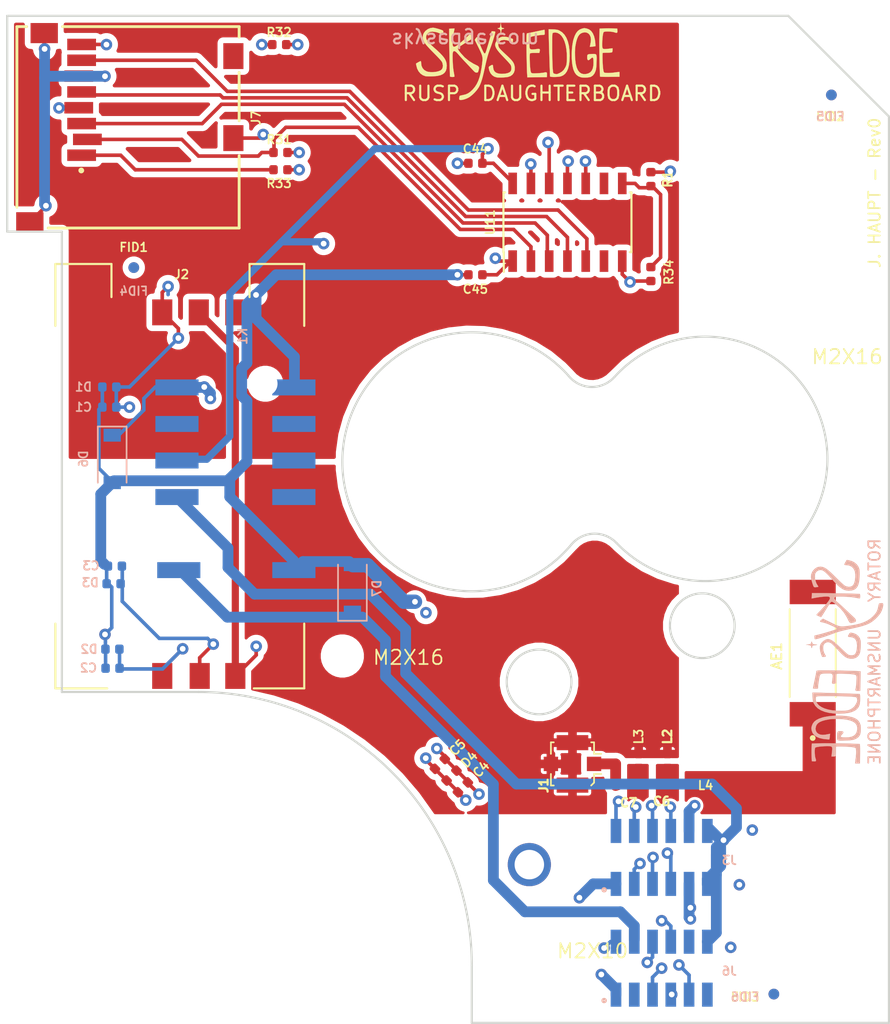
<source format=kicad_pcb>
(kicad_pcb (version 20171130) (host pcbnew 5.1.6+dfsg1-1~bpo10+1)
  (layers (0 1_GNDA.Cu signal) (1 2_3v3.Cu signal) (2 3_3V8.Cu signal) (31 4_GND.Cu signal) (34 B.Paste user) (35 F.Paste user) (36 B.SilkS user) (37 F.SilkS user) (38 B.Mask user) (39 F.Mask user) (44 Edge.Cuts user))
  (net 0 "")
  (net 1 GND)
  (net 2 /MISO)
  (net 3 /MOSI)
  (net 4 +3V8)
  (net 5 +3V3)
  (net 6 "/SD CARD/SCK_3V3")
  (net 7 "/SD CARD/DO_3V3")
  (net 8 /SD_CD)
  (net 9 "/SD CARD/DI_3V3")
  (net 10 "/SD CARD/CS_3V3")
  (net 11 /SD_CS)
  (net 12 /SIM_IO)
  (net 13 /SIM_CLK)
  (net 14 /SIM_RST)
  (net 15 /VSIM)
  (net 16 /LL_OE)
  (net 17 "Net-(J7-Pad1)")
  (net 18 "Net-(J7-Pad8)")
  (net 19 /POWSW4)
  (net 20 /RELAYOFF)
  (net 21 +BATT)
  (net 22 "Net-(AE1-Pad1)")
  (net 23 GNDA)
  (net 24 "Net-(C6-Pad2)")
  (net 25 /SCK)
  (net 26 "Net-(R1-Pad2)")
  (net 27 "Net-(C6-Pad1)")
  (net 28 "Net-(C7-Pad2)")
  (module MyFootprints:MountingHole_2mm (layer 1_GNDA.Cu) (at 154 128)
    (fp_text reference MH3 hide)
    (fp_text value MountingHole)
    (pad 1 thru_hole circle (at 0 0) (size 3 3) (drill 2.05) (layers *.Cu *.Mask))
  )
  (module MyFootprints:XCVR_NN02-232 (layer 1_GNDA.Cu) (at 173.7 113.3 90)
    (fp_text reference AE1 (at -0.2 -2.5 90) (layer F.SilkS) (effects (font (size 0.7 0.7) (thickness 0.13))))
    (fp_text value Antenna_Chip)
    (pad 2 smd rect (at 4.25 0 90) (size 1.7 3.2) (layers 1_GNDA.Cu F.Paste F.Mask))
    (pad 1 smd rect (at -4.25 0 90) (size 1.7 3.2) (layers 1_GNDA.Cu F.Paste F.Mask) (net 22 "Net-(AE1-Pad1)"))
  )
  (module MountingHole:MountingHole_2.2mm_M2 (layer 1_GNDA.Cu) (at 154 134)
    (fp_text reference MH2 hide)
    (fp_text value MountingHole)
    (pad 1 np_thru_hole circle (at 0 0) (size 2.2 2.2) (drill 2.2) (layers *.Cu *.Mask))
  )
  (module Resistor_SMD:R_0402_1005Metric (layer 1_GNDA.Cu) (at 162.45 86.95 270)
    (fp_text reference R34 (at -0.125 -1.25 90) (layer F.SilkS) (effects (font (size 0.6 0.6) (thickness 0.12))))
    (fp_text value 10k)
    (pad 1 smd roundrect (at -0.485 0 270) (size 0.59 0.64) (layers 1_GNDA.Cu F.Paste F.Mask) (net 26 "Net-(R1-Pad2)"))
    (pad 2 smd roundrect (at 0.485 0 270) (size 0.59 0.64) (layers 1_GNDA.Cu F.Paste F.Mask) (net 1 GND))
  )
  (module Resistor_SMD:R_0402_1005Metric (layer 1_GNDA.Cu) (at 162.45 80.35 270)
    (fp_text reference R1 (at 0 -1.17 90) (layer F.SilkS) (effects (font (size 0.6 0.6))))
    (fp_text value 2k)
    (pad 2 smd roundrect (at 0.485 0 270) (size 0.59 0.64) (layers 1_GNDA.Cu F.Paste F.Mask) (net 26 "Net-(R1-Pad2)"))
    (pad 1 smd roundrect (at -0.485 0 270) (size 0.59 0.64) (layers 1_GNDA.Cu F.Paste F.Mask) (net 16 /LL_OE))
  )
  (module Inductor_SMD:L_0402_1005Metric (layer 1_GNDA.Cu) (at 163.6 120.8 90)
    (fp_text reference L2 (at 1.7 0 90) (layer F.SilkS) (effects (font (size 0.6 0.6))))
    (fp_text value 7.5nH)
    (pad 1 smd roundrect (at -0.485 0 90) (size 0.59 0.64) (layers 1_GNDA.Cu F.Paste F.Mask) (net 27 "Net-(C6-Pad1)"))
    (pad 2 smd roundrect (at 0.485 0 90) (size 0.59 0.64) (layers 1_GNDA.Cu F.Paste F.Mask) (net 23 GNDA))
  )
  (module Connector_Coaxial:U.FL_Molex_MCRF_73412-0110_Vertical (layer 1_GNDA.Cu) (at 157 121 90)
    (fp_text reference J1 (at -1.5 -2 90) (layer F.SilkS) (effects (font (size 0.6 0.6))))
    (fp_text value Conn_Coaxial)
    (pad 2 smd rect (at -1.475 0 90) (size 1.05 2.2) (layers 1_GNDA.Cu F.Paste F.Mask) (net 23 GNDA))
    (pad 2 smd rect (at 1.475 0 90) (size 1.05 2.2) (layers 1_GNDA.Cu F.Paste F.Mask) (net 23 GNDA))
    (pad 2 smd rect (at 0 -1.5 90) (size 1 1) (layers 1_GNDA.Cu F.Paste F.Mask) (net 23 GNDA))
    (pad 1 smd rect (at 0 1.5 90) (size 1 1) (layers 1_GNDA.Cu F.Paste F.Mask) (net 28 "Net-(C7-Pad2)"))
  )
  (module Capacitor_SMD:C_0402_1005Metric (layer 1_GNDA.Cu) (at 160.55 122.5 180)
    (fp_text reference C7 (at -0.35 -1.2) (layer F.SilkS) (effects (font (size 0.6 0.6))))
    (fp_text value .5pF)
    (pad 1 smd roundrect (at -0.485 0 180) (size 0.59 0.64) (layers 1_GNDA.Cu F.Paste F.Mask) (net 24 "Net-(C6-Pad2)"))
    (pad 2 smd roundrect (at 0.485 0 180) (size 0.59 0.64) (layers 1_GNDA.Cu F.Paste F.Mask) (net 28 "Net-(C7-Pad2)"))
  )
  (module Capacitor_SMD:C_0402_1005Metric (layer 1_GNDA.Cu) (at 162.55 122.5 180)
    (fp_text reference C6 (at -0.65 -1.1) (layer F.SilkS) (effects (font (size 0.6 0.6))))
    (fp_text value 2.7pF)
    (pad 1 smd roundrect (at -0.485 0 180) (size 0.59 0.64) (layers 1_GNDA.Cu F.Paste F.Mask) (net 27 "Net-(C6-Pad1)"))
    (pad 2 smd roundrect (at 0.485 0 180) (size 0.59 0.64) (layers 1_GNDA.Cu F.Paste F.Mask) (net 24 "Net-(C6-Pad2)"))
  )
  (module Resistor_SMD:R_0402_1005Metric (layer 4_GND.Cu) (at 124.8 96.2 180)
    (fp_text reference C1 (at 1.8 0) (layer B.SilkS) (effects (font (size 0.6 0.6) (thickness 0.12)) (justify mirror)))
    (fp_text value 47pF/50V)
    (pad 2 smd roundrect (at 0.485 0 180) (size 0.59 0.64) (layers 4_GND.Cu B.Paste B.Mask) (net 1 GND))
    (pad 1 smd roundrect (at -0.485 0 180) (size 0.59 0.64) (layers 4_GND.Cu B.Paste B.Mask) (net 12 /SIM_IO))
  )
  (module Resistor_SMD:R_0402_1005Metric (layer 4_GND.Cu) (at 125.025 114.35 180)
    (fp_text reference C2 (at 1.675 0.025) (layer B.SilkS) (effects (font (size 0.6 0.6) (thickness 0.12)) (justify mirror)))
    (fp_text value 47pF/50V)
    (pad 2 smd roundrect (at 0.485 0 180) (size 0.59 0.64) (layers 4_GND.Cu B.Paste B.Mask) (net 1 GND))
    (pad 1 smd roundrect (at -0.485 0 180) (size 0.59 0.64) (layers 4_GND.Cu B.Paste B.Mask) (net 13 /SIM_CLK))
  )
  (module Resistor_SMD:R_0402_1005Metric (layer 4_GND.Cu) (at 125.19 107.25 180)
    (fp_text reference C3 (at 1.665 0.025) (layer B.SilkS) (effects (font (size 0.6 0.6) (thickness 0.12)) (justify mirror)))
    (fp_text value 47pF/50V)
    (pad 1 smd roundrect (at -0.485 0 180) (size 0.59 0.64) (layers 4_GND.Cu B.Paste B.Mask) (net 14 /SIM_RST))
    (pad 2 smd roundrect (at 0.485 0 180) (size 0.59 0.64) (layers 4_GND.Cu B.Paste B.Mask) (net 1 GND))
  )
  (module Resistor_SMD:R_0402_1005Metric (layer 1_GNDA.Cu) (at 149.38 122.63 225)
    (fp_text reference C4 (at -1.781909 -0.014142 45) (layer F.SilkS) (effects (font (size 0.6 0.6) (thickness 0.12))))
    (fp_text value 47pF/50V)
    (pad 2 smd roundrect (at 0.485 0 225) (size 0.59 0.64) (layers 1_GNDA.Cu F.Paste F.Mask) (net 1 GND))
    (pad 1 smd roundrect (at -0.485 0 225) (size 0.59 0.64) (layers 1_GNDA.Cu F.Paste F.Mask) (net 15 /VSIM))
  )
  (module Resistor_SMD:R_0402_1005Metric (layer 1_GNDA.Cu) (at 147.78 121 225)
    (fp_text reference C5 (at -1.668772 -0.070711 45) (layer F.SilkS) (effects (font (size 0.6 0.6) (thickness 0.12))))
    (fp_text value 100nF/16V)
    (pad 1 smd roundrect (at -0.485 0 225) (size 0.59 0.64) (layers 1_GNDA.Cu F.Paste F.Mask) (net 15 /VSIM))
    (pad 2 smd roundrect (at 0.485 0 225) (size 0.59 0.64) (layers 1_GNDA.Cu F.Paste F.Mask) (net 1 GND))
  )
  (module Capacitor_SMD:C_0402_1005Metric (layer 1_GNDA.Cu) (at 150.25 79.25 180)
    (fp_text reference C44 (at 0 1) (layer F.SilkS) (effects (font (size 0.6 0.6) (thickness 0.12))))
    (fp_text value .1uF)
    (pad 2 smd roundrect (at 0.485 0 180) (size 0.59 0.64) (layers 1_GNDA.Cu F.Paste F.Mask) (net 1 GND))
    (pad 1 smd roundrect (at -0.485 0 180) (size 0.59 0.64) (layers 1_GNDA.Cu F.Paste F.Mask) (net 4 +3V8))
  )
  (module Capacitor_SMD:C_0402_1005Metric (layer 1_GNDA.Cu) (at 150.25 87 180)
    (fp_text reference C45 (at 0 -1) (layer F.SilkS) (effects (font (size 0.6 0.6) (thickness 0.12))))
    (fp_text value .1uF)
    (pad 1 smd roundrect (at -0.485 0 180) (size 0.59 0.64) (layers 1_GNDA.Cu F.Paste F.Mask) (net 5 +3V3))
    (pad 2 smd roundrect (at 0.485 0 180) (size 0.59 0.64) (layers 1_GNDA.Cu F.Paste F.Mask) (net 1 GND))
  )
  (module Resistor_SMD:R_0402_1005Metric (layer 4_GND.Cu) (at 124.8 94.8 180)
    (fp_text reference D1 (at 1.8 0) (layer B.SilkS) (effects (font (size 0.6 0.6) (thickness 0.12)) (justify mirror)))
    (fp_text value D_TVS)
    (pad 2 smd roundrect (at 0.485 0 180) (size 0.59 0.64) (layers 4_GND.Cu B.Paste B.Mask) (net 1 GND))
    (pad 1 smd roundrect (at -0.485 0 180) (size 0.59 0.64) (layers 4_GND.Cu B.Paste B.Mask) (net 12 /SIM_IO))
  )
  (module Resistor_SMD:R_0402_1005Metric (layer 4_GND.Cu) (at 125.015 113.025 180)
    (fp_text reference D2 (at 1.625 0) (layer B.SilkS) (effects (font (size 0.6 0.6) (thickness 0.12)) (justify mirror)))
    (fp_text value D_TVS)
    (pad 1 smd roundrect (at -0.485 0 180) (size 0.59 0.64) (layers 4_GND.Cu B.Paste B.Mask) (net 13 /SIM_CLK))
    (pad 2 smd roundrect (at 0.485 0 180) (size 0.59 0.64) (layers 4_GND.Cu B.Paste B.Mask) (net 1 GND))
  )
  (module Resistor_SMD:R_0402_1005Metric (layer 4_GND.Cu) (at 125.1 108.475 180)
    (fp_text reference D3 (at 1.625 0.075) (layer B.SilkS) (effects (font (size 0.6 0.6) (thickness 0.12)) (justify mirror)))
    (fp_text value D_TVS)
    (pad 2 smd roundrect (at 0.485 0 180) (size 0.59 0.64) (layers 4_GND.Cu B.Paste B.Mask) (net 1 GND))
    (pad 1 smd roundrect (at -0.485 0 180) (size 0.59 0.64) (layers 4_GND.Cu B.Paste B.Mask) (net 14 /SIM_RST))
  )
  (module Resistor_SMD:R_0402_1005Metric (layer 1_GNDA.Cu) (at 148.59 121.81 225)
    (fp_text reference D4 (at -1.668772 -0.084853 45) (layer F.SilkS) (effects (font (size 0.6 0.6) (thickness 0.12))))
    (fp_text value D_TVS)
    (pad 1 smd roundrect (at -0.485 0 225) (size 0.59 0.64) (layers 1_GNDA.Cu F.Paste F.Mask) (net 15 /VSIM))
    (pad 2 smd roundrect (at 0.485 0 225) (size 0.59 0.64) (layers 1_GNDA.Cu F.Paste F.Mask) (net 1 GND))
  )
  (module Fiducial:Fiducial_0.75mm_Dia_1.5mm_Outer (layer 1_GNDA.Cu) (at 126.5 86.5)
    (fp_text reference FID1 (at -0.008 -1.41) (layer F.SilkS) (effects (font (size 0.6 0.6) (thickness 0.12))))
    (fp_text value Fiducial)
    (pad "" smd circle (at 0 0) (size 0.75 0.75) (layers 1_GNDA.Cu F.Mask) (clearance 0.375))
  )
  (module Fiducial:Fiducial_0.75mm_Dia_1.5mm_Outer (layer 1_GNDA.Cu) (at 175 74.5)
    (fp_text reference FID2 (at -0.074 1.5) (layer F.SilkS) (effects (font (size 0.6 0.6) (thickness 0.12))))
    (fp_text value Fiducial)
    (pad "" smd circle (at 0 0) (size 0.75 0.75) (layers 1_GNDA.Cu F.Mask) (clearance 0.375))
  )
  (module Fiducial:Fiducial_0.75mm_Dia_1.5mm_Outer (layer 1_GNDA.Cu) (at 171 137)
    (fp_text reference FID3 (at -2 0.2) (layer F.SilkS) (effects (font (size 0.6 0.6) (thickness 0.12))))
    (fp_text value Fiducial)
    (pad "" smd circle (at 0 0) (size 0.75 0.75) (layers 1_GNDA.Cu F.Mask) (clearance 0.375))
  )
  (module Fiducial:Fiducial_0.75mm_Dia_1.5mm_Outer (layer 4_GND.Cu) (at 126.5 86.5)
    (fp_text reference FID4 (at 0 1.638) (layer B.SilkS) (effects (font (size 0.6 0.6) (thickness 0.12)) (justify mirror)))
    (fp_text value Fiducial)
    (pad "" smd circle (at 0 0) (size 0.75 0.75) (layers 4_GND.Cu B.Mask) (clearance 0.375))
  )
  (module Fiducial:Fiducial_0.75mm_Dia_1.5mm_Outer (layer 4_GND.Cu) (at 175 74.5)
    (fp_text reference FID5 (at -0.074 1.5) (layer B.SilkS) (effects (font (size 0.6 0.6) (thickness 0.12)) (justify mirror)))
    (fp_text value Fiducial)
    (pad "" smd circle (at 0 0) (size 0.75 0.75) (layers 4_GND.Cu B.Mask) (clearance 0.375))
  )
  (module Fiducial:Fiducial_0.75mm_Dia_1.5mm_Outer (layer 4_GND.Cu) (at 171 137)
    (fp_text reference FID6 (at -2 0.2) (layer B.SilkS) (effects (font (size 0.6 0.6) (thickness 0.12)) (justify mirror)))
    (fp_text value Fiducial)
    (pad "" smd circle (at 0 0) (size 0.75 0.75) (layers 4_GND.Cu B.Mask) (clearance 0.375))
  )
  (module MyFootprints:SIMHolder_Amph7111S2015X02LF (layer 1_GNDA.Cu) (at 129.75 102.25 180)
    (fp_text reference J2 (at -0.075 15.275) (layer F.SilkS) (effects (font (size 0.6 0.6) (thickness 0.12))))
    (fp_text value SIM hide)
    (pad 1 smd rect (at -3.81 -12.6365 180) (size 1.4 1.8) (layers 1_GNDA.Cu F.Paste F.Mask) (net 15 /VSIM))
    (pad 2 smd rect (at -1.3335 -12.6365 180) (size 1.4 1.8) (layers 1_GNDA.Cu F.Paste F.Mask) (net 14 /SIM_RST))
    (pad 3 smd rect (at 1.27 -12.6365 180) (size 1.4 1.8) (layers 1_GNDA.Cu F.Paste F.Mask) (net 13 /SIM_CLK))
    (pad 5 smd rect (at -3.81 12.6365 180) (size 1.4 1.8) (layers 1_GNDA.Cu F.Paste F.Mask) (net 1 GND))
    (pad 6 smd rect (at -1.27 12.6365 180) (size 1.4 1.8) (layers 1_GNDA.Cu F.Paste F.Mask) (net 15 /VSIM))
    (pad 7 smd rect (at 1.27 12.6365 180) (size 1.4 1.8) (layers 1_GNDA.Cu F.Paste F.Mask) (net 12 /SIM_IO))
    (pad "" np_thru_hole circle (at -5.895 7.675 180) (size 1.7 1.7) (drill 1.7) (layers *.Cu *.Mask))
    (pad "" np_thru_hole circle (at 6.08 -8.13 180) (size 1.2 1.2) (drill 1.2) (layers *.Cu *.Mask))
  )
  (module MyFootprints:Samtec_2x6HeaderSocket_FLE-106-01-G-DV (layer 4_GND.Cu) (at 163.2 127.5)
    (fp_text reference J3 (at 4.7 0.2) (layer B.SilkS) (effects (font (size 0.6 0.6) (thickness 0.12)) (justify mirror)))
    (fp_text value Conn_01x12 hide)
    (pad 12 smd rect (at 3.175 -1.84) (size 0.74 1.675) (layers 4_GND.Cu B.Paste B.Mask) (net 21 +BATT))
    (pad 11 smd rect (at 3.175 1.84) (size 0.74 1.675) (layers 4_GND.Cu B.Paste B.Mask) (net 21 +BATT))
    (pad 10 smd rect (at 1.905 -1.84) (size 0.74 1.675) (layers 4_GND.Cu B.Paste B.Mask) (net 1 GND))
    (pad 9 smd rect (at 1.905 1.84) (size 0.74 1.675) (layers 4_GND.Cu B.Paste B.Mask) (net 19 /POWSW4))
    (pad 8 smd rect (at 0.635 -1.84) (size 0.74 1.675) (layers 4_GND.Cu B.Paste B.Mask) (net 11 /SD_CS))
    (pad 7 smd rect (at 0.635 1.84) (size 0.74 1.675) (layers 4_GND.Cu B.Paste B.Mask) (net 8 /SD_CD))
    (pad 6 smd rect (at -0.635 -1.84) (size 0.74 1.675) (layers 4_GND.Cu B.Paste B.Mask) (net 25 /SCK))
    (pad 5 smd rect (at -0.635 1.84) (size 0.74 1.675) (layers 4_GND.Cu B.Paste B.Mask) (net 2 /MISO))
    (pad 4 smd rect (at -1.905 -1.84) (size 0.74 1.675) (layers 4_GND.Cu B.Paste B.Mask) (net 3 /MOSI))
    (pad 3 smd rect (at -1.905 1.84) (size 0.74 1.675) (layers 4_GND.Cu B.Paste B.Mask) (net 4 +3V8))
    (pad "" np_thru_hole circle (at -2.54 0) (size 0.76 0.76) (drill 0.76) (layers *.Cu *.Mask))
    (pad "" np_thru_hole circle (at 2.54 0) (size 0.76 0.76) (drill 0.76) (layers *.Cu *.Mask))
    (pad 1 smd rect (at -3.175 1.84) (size 0.74 1.675) (layers 4_GND.Cu B.Paste B.Mask) (net 1 GND))
    (pad 2 smd rect (at -3.175 -1.84) (size 0.74 1.675) (layers 4_GND.Cu B.Paste B.Mask) (net 4 +3V8))
  )
  (module MyFootprints:Samtec_2x6HeaderSocket_FLE-106-01-G-DV (layer 4_GND.Cu) (at 163.2 135.2)
    (fp_text reference J6 (at 4.7 0.2) (layer B.SilkS) (effects (font (size 0.6 0.6) (thickness 0.12)) (justify mirror)))
    (fp_text value Conn_01x12 hide)
    (pad 2 smd rect (at -3.175 -1.84) (size 0.74 1.675) (layers 4_GND.Cu B.Paste B.Mask) (net 5 +3V3))
    (pad 1 smd rect (at -3.175 1.84) (size 0.74 1.675) (layers 4_GND.Cu B.Paste B.Mask) (net 1 GND))
    (pad "" np_thru_hole circle (at 2.54 0) (size 0.76 0.76) (drill 0.76) (layers *.Cu *.Mask))
    (pad "" np_thru_hole circle (at -2.54 0) (size 0.76 0.76) (drill 0.76) (layers *.Cu *.Mask))
    (pad 3 smd rect (at -1.905 1.84) (size 0.74 1.675) (layers 4_GND.Cu B.Paste B.Mask))
    (pad 4 smd rect (at -1.905 -1.84) (size 0.74 1.675) (layers 4_GND.Cu B.Paste B.Mask) (net 20 /RELAYOFF))
    (pad 5 smd rect (at -0.635 1.84) (size 0.74 1.675) (layers 4_GND.Cu B.Paste B.Mask) (net 16 /LL_OE))
    (pad 6 smd rect (at -0.635 -1.84) (size 0.74 1.675) (layers 4_GND.Cu B.Paste B.Mask) (net 15 /VSIM))
    (pad 7 smd rect (at 0.635 1.84) (size 0.74 1.675) (layers 4_GND.Cu B.Paste B.Mask) (net 14 /SIM_RST))
    (pad 8 smd rect (at 0.635 -1.84) (size 0.74 1.675) (layers 4_GND.Cu B.Paste B.Mask) (net 13 /SIM_CLK))
    (pad 9 smd rect (at 1.905 1.84) (size 0.74 1.675) (layers 4_GND.Cu B.Paste B.Mask) (net 12 /SIM_IO))
    (pad 10 smd rect (at 1.905 -1.84) (size 0.74 1.675) (layers 4_GND.Cu B.Paste B.Mask))
    (pad 11 smd rect (at 3.175 1.84) (size 0.74 1.675) (layers 4_GND.Cu B.Paste B.Mask))
    (pad 12 smd rect (at 3.175 -1.84) (size 0.74 1.675) (layers 4_GND.Cu B.Paste B.Mask) (net 21 +BATT))
  )
  (module digikey-footprints:MicroSDSocket_GCT_MEM2061-01-188-00-A (layer 1_GNDA.Cu) (at 126.1 76.75 270)
    (fp_text reference J7 (at -0.65 -8.9 90) (layer F.SilkS) (effects (font (size 0.6 0.6) (thickness 0.12))))
    (fp_text value Micro_SD_Card_Det)
    (pad 1 smd rect (at 1.94 3.225 270) (size 0.8 2) (layers 1_GNDA.Cu F.Paste F.Mask) (net 17 "Net-(J7-Pad1)"))
    (pad 2 smd rect (at 0.84 2.825 270) (size 0.8 2) (layers 1_GNDA.Cu F.Paste F.Mask) (net 10 "/SD CARD/CS_3V3"))
    (pad 3 smd rect (at -0.26 3.225 270) (size 0.8 2) (layers 1_GNDA.Cu F.Paste F.Mask) (net 9 "/SD CARD/DI_3V3"))
    (pad 4 smd rect (at -1.36 3.425 270) (size 0.8 2) (layers 1_GNDA.Cu F.Paste F.Mask) (net 5 +3V3))
    (pad 5 smd rect (at -2.46 3.225 270) (size 0.8 2) (layers 1_GNDA.Cu F.Paste F.Mask) (net 6 "/SD CARD/SCK_3V3"))
    (pad 6 smd rect (at -3.56 3.425 270) (size 0.8 2) (layers 1_GNDA.Cu F.Paste F.Mask) (net 1 GND))
    (pad 7 smd rect (at -4.66 3.225 270) (size 0.8 2) (layers 1_GNDA.Cu F.Paste F.Mask) (net 7 "/SD CARD/DO_3V3"))
    (pad 8 smd rect (at -5.76 3.225 270) (size 0.8 2) (layers 1_GNDA.Cu F.Paste F.Mask) (net 18 "Net-(J7-Pad8)"))
    (pad 9 smd rect (at -4.95 -7.325 270) (size 1.8 1.4) (layers 1_GNDA.Cu F.Paste F.Mask))
    (pad 10 smd rect (at 0.75 -7.325 270) (size 1.8 1.4) (layers 1_GNDA.Cu F.Paste F.Mask) (net 8 /SD_CD))
    (pad 11 smd rect (at -6.55 5.825 270) (size 1.4 1.9) (layers 1_GNDA.Cu F.Paste F.Mask) (net 1 GND))
    (pad 11 smd rect (at 6.6 6.825 270) (size 1.4 1.9) (layers 1_GNDA.Cu F.Paste F.Mask) (net 1 GND))
  )
  (module MountingHole:MountingHole_2.2mm_M2 (layer 1_GNDA.Cu) (at 141 113.5)
    (fp_text reference MH1 hide)
    (fp_text value MountingHole)
    (pad 1 np_thru_hole circle (at 0 0) (size 2.2 2.2) (drill 2.2) (layers *.Cu *.Mask))
  )
  (module MountingHole:MountingHole_2.2mm_M2 (layer 1_GNDA.Cu) (at 176.5 95.5)
    (fp_text reference MH4 hide)
    (fp_text value MountingHole)
    (pad 1 np_thru_hole circle (at 0 0) (size 2.2 2.2) (drill 2.2) (layers *.Cu *.Mask))
  )
  (module Resistor_SMD:R_0402_1005Metric (layer 1_GNDA.Cu) (at 136.7 78.5 180)
    (fp_text reference R31 (at 0.1 0.9) (layer F.SilkS) (effects (font (size 0.6 0.6) (thickness 0.12))))
    (fp_text value 100k)
    (pad 1 smd roundrect (at -0.485 0 180) (size 0.59 0.64) (layers 1_GNDA.Cu F.Paste F.Mask) (net 5 +3V3))
    (pad 2 smd roundrect (at 0.485 0 180) (size 0.59 0.64) (layers 1_GNDA.Cu F.Paste F.Mask) (net 10 "/SD CARD/CS_3V3"))
  )
  (module Resistor_SMD:R_0402_1005Metric (layer 1_GNDA.Cu) (at 136.615 71 180)
    (fp_text reference R32 (at 0.015 0.85) (layer F.SilkS) (effects (font (size 0.6 0.6) (thickness 0.12))))
    (fp_text value 100k)
    (pad 2 smd roundrect (at 0.485 0 180) (size 0.59 0.64) (layers 1_GNDA.Cu F.Paste F.Mask) (net 18 "Net-(J7-Pad8)"))
    (pad 1 smd roundrect (at -0.485 0 180) (size 0.59 0.64) (layers 1_GNDA.Cu F.Paste F.Mask) (net 5 +3V3))
  )
  (module Resistor_SMD:R_0402_1005Metric (layer 1_GNDA.Cu) (at 136.7 79.7 180)
    (fp_text reference R33 (at 0.1 -0.95) (layer F.SilkS) (effects (font (size 0.6 0.6) (thickness 0.12))))
    (fp_text value 100k)
    (pad 1 smd roundrect (at -0.485 0 180) (size 0.59 0.64) (layers 1_GNDA.Cu F.Paste F.Mask) (net 5 +3V3))
    (pad 2 smd roundrect (at 0.485 0 180) (size 0.59 0.64) (layers 1_GNDA.Cu F.Paste F.Mask) (net 17 "Net-(J7-Pad1)"))
  )
  (module Package_SO:SOIC-14_3.9x8.7mm_P1.27mm (layer 1_GNDA.Cu) (at 156.65 83.35 90)
    (fp_text reference U11 (at 0 -5.375 270) (layer F.SilkS) (effects (font (size 0.6 0.6) (thickness 0.12))))
    (fp_text value TXB0104D)
    (pad 1 smd rect (at -2.7 -3.81 90) (size 1.5 0.6) (layers 1_GNDA.Cu F.Paste F.Mask) (net 5 +3V3))
    (pad 2 smd rect (at -2.7 -2.54 90) (size 1.5 0.6) (layers 1_GNDA.Cu F.Paste F.Mask) (net 10 "/SD CARD/CS_3V3"))
    (pad 3 smd rect (at -2.7 -1.27 90) (size 1.5 0.6) (layers 1_GNDA.Cu F.Paste F.Mask) (net 9 "/SD CARD/DI_3V3"))
    (pad 4 smd rect (at -2.7 0 90) (size 1.5 0.6) (layers 1_GNDA.Cu F.Paste F.Mask) (net 6 "/SD CARD/SCK_3V3"))
    (pad 5 smd rect (at -2.7 1.27 90) (size 1.5 0.6) (layers 1_GNDA.Cu F.Paste F.Mask) (net 7 "/SD CARD/DO_3V3"))
    (pad 6 smd rect (at -2.7 2.54 90) (size 1.5 0.6) (layers 1_GNDA.Cu F.Paste F.Mask))
    (pad 7 smd rect (at -2.7 3.81 90) (size 1.5 0.6) (layers 1_GNDA.Cu F.Paste F.Mask) (net 1 GND))
    (pad 8 smd rect (at 2.7 3.81 90) (size 1.5 0.6) (layers 1_GNDA.Cu F.Paste F.Mask) (net 26 "Net-(R1-Pad2)"))
    (pad 9 smd rect (at 2.7 2.54 90) (size 1.5 0.6) (layers 1_GNDA.Cu F.Paste F.Mask))
    (pad 10 smd rect (at 2.7 1.27 90) (size 1.5 0.6) (layers 1_GNDA.Cu F.Paste F.Mask) (net 2 /MISO))
    (pad 11 smd rect (at 2.7 0 90) (size 1.5 0.6) (layers 1_GNDA.Cu F.Paste F.Mask) (net 25 /SCK))
    (pad 12 smd rect (at 2.7 -1.27 90) (size 1.5 0.6) (layers 1_GNDA.Cu F.Paste F.Mask) (net 3 /MOSI))
    (pad 13 smd rect (at 2.7 -2.54 90) (size 1.5 0.6) (layers 1_GNDA.Cu F.Paste F.Mask) (net 11 /SD_CS))
    (pad 14 smd rect (at 2.7 -3.81 90) (size 1.5 0.6) (layers 1_GNDA.Cu F.Paste F.Mask) (net 4 +3V8))
  )
  (module Diode_SMD:D_SOD-123 (layer 4_GND.Cu) (at 125 99.8 270)
    (fp_text reference D6 (at 0 2 90) (layer B.SilkS) (effects (font (size 0.6 0.6) (thickness 0.12)) (justify mirror)))
    (fp_text value 1N4148)
    (pad 2 smd rect (at 1.65 0 270) (size 0.9 1.2) (layers 4_GND.Cu B.Paste B.Mask) (net 1 GND))
    (pad 1 smd rect (at -1.65 0 270) (size 0.9 1.2) (layers 4_GND.Cu B.Paste B.Mask) (net 19 /POWSW4))
  )
  (module Diode_SMD:D_SOD-123 (layer 4_GND.Cu) (at 141.7 108.8 90)
    (fp_text reference D7 (at 0 1.698 90) (layer B.SilkS) (effects (font (size 0.6 0.6) (thickness 0.12)) (justify mirror)))
    (fp_text value 1N4148)
    (pad 1 smd rect (at -1.65 0 90) (size 0.9 1.2) (layers 4_GND.Cu B.Paste B.Mask) (net 20 /RELAYOFF))
    (pad 2 smd rect (at 1.65 0 90) (size 0.9 1.2) (layers 4_GND.Cu B.Paste B.Mask) (net 1 GND))
  )
  (module MyFootprints:Relay_Kemet_EE2-3TNU (layer 4_GND.Cu) (at 130.13 107.53 90)
    (fp_text reference K1 (at 16.256 3.944 270) (layer B.SilkS) (effects (font (size 0.6 0.6) (thickness 0.12)) (justify mirror)))
    (fp_text value "EE2-3TNU " hide)
    (pad 1 smd rect (at 0 -0.5 90) (size 1.11 3) (layers 4_GND.Cu B.Paste B.Mask) (net 20 /RELAYOFF))
    (pad 3 smd rect (at 5.08 -0.628 90) (size 1.11 3) (layers 4_GND.Cu B.Paste B.Mask) (net 21 +BATT))
    (pad 4 smd rect (at 7.62 -0.628 90) (size 1.11 3) (layers 4_GND.Cu B.Paste B.Mask) (net 4 +3V8))
    (pad 5 smd rect (at 10.16 -0.628 90) (size 1.11 3) (layers 4_GND.Cu B.Paste B.Mask))
    (pad 6 smd rect (at 12.7 -0.628 90) (size 1.11 3) (layers 4_GND.Cu B.Paste B.Mask) (net 19 /POWSW4))
    (pad 7 smd rect (at 12.7 7.5 90) (size 1.11 3) (layers 4_GND.Cu B.Paste B.Mask) (net 1 GND))
    (pad 8 smd rect (at 10.16 7.5 90) (size 1.11 3) (layers 4_GND.Cu B.Paste B.Mask))
    (pad 9 smd rect (at 7.62 7.5 90) (size 1.11 3) (layers 4_GND.Cu B.Paste B.Mask))
    (pad 10 smd rect (at 5.08 7.5 90) (size 1.11 3) (layers 4_GND.Cu B.Paste B.Mask))
    (pad 12 smd rect (at 0 7.5 90) (size 1.11 3) (layers 4_GND.Cu B.Paste B.Mask) (net 1 GND))
  )
  (module MyFootprints:SkysEdge_18mm (layer 4_GND.Cu) (at 175.15 114 270)
    (fp_text reference LOGO1 hide)
    (fp_text value Logo1 hide)
  )
  (module MyFootprints:SkysEdge_18mm (layer 1_GNDA.Cu) (at 153.3 71.4)
    (fp_text reference LOGO2 hide)
    (fp_text value Logo2 hide)
  )
  (module Inductor_SMD:L_0402_1005Metric (layer 1_GNDA.Cu) (at 161.6 120.8 90)
    (fp_text reference L3 (at 1.7 0 90) (layer F.SilkS) (effects (font (size 0.6 0.6) (thickness 0.12))))
    (fp_text value 7.5nH)
    (pad 1 smd roundrect (at -0.485 0 90) (size 0.59 0.64) (layers 1_GNDA.Cu F.Paste F.Mask) (net 24 "Net-(C6-Pad2)"))
    (pad 2 smd roundrect (at 0.485 0 90) (size 0.59 0.64) (layers 1_GNDA.Cu F.Paste F.Mask) (net 23 GNDA))
  )
  (module Inductor_SMD:L_0402_1005Metric (layer 1_GNDA.Cu) (at 164.65 122.5 180)
    (fp_text reference L4 (at -1.6 0) (layer F.SilkS) (effects (font (size 0.6 0.6) (thickness 0.12))))
    (fp_text value 7.5nH)
    (pad 2 smd roundrect (at 0.485 0 180) (size 0.59 0.64) (layers 1_GNDA.Cu F.Paste F.Mask) (net 27 "Net-(C6-Pad1)"))
    (pad 1 smd roundrect (at -0.485 0 180) (size 0.59 0.64) (layers 1_GNDA.Cu F.Paste F.Mask) (net 22 "Net-(AE1-Pad1)"))
  )
  (gr_text M2X10 (at 158.4 134) (layer F.SilkS) (effects (font (size 1 1) (thickness 0.12))))
  (gr_text M2X16 (at 145.6 113.6) (layer F.SilkS) (effects (font (size 1 1) (thickness 0.12))))
  (gr_text M2X16 (at 176.1 92.7) (layer F.SilkS) (effects (font (size 1 1) (thickness 0.12))))
  (gr_text "ROTARY   UNSMARTPHONE" (at 178 113.2 90) (layer B.SilkS) (effects (font (size 0.8 0.8) (thickness 0.12)) (justify mirror)))
  (gr_arc (start 158.54 107.1) (end 160.06588 105.651267) (angle -96.77401503) (layer Edge.Cuts) (width 0.15))
  (gr_arc (start 166.227 99.796) (end 159.926065 94.096483) (angle 274.3270851) (layer Edge.Cuts) (width 0.15))
  (gr_arc (start 158.357 92.694) (end 156.695 93.985) (angle -100.3694241) (layer Edge.Cuts) (width 0.15))
  (gr_arc (start 150 100) (end 156.695 93.985) (angle -278.3164365) (layer Edge.Cuts) (width 0.15))
  (gr_text "J. HAUPT - Rev0" (at 178 81.3 90) (layer F.SilkS) (effects (font (size 0.8 0.8) (thickness 0.12))))
  (gr_text skysedge.com (at 149.55 70.7 180) (layer B.SilkS) (effects (font (size 1 1)) (justify mirror)))
  (gr_text "RUSP  DAUGHTERBOARD" (at 154.2 74.4) (layer F.SilkS) (effects (font (size 1 1))))
  (gr_circle (center 166.024 111.394) (end 168.274 111.394) (layer Edge.Cuts) (width 0.15))
  (gr_circle (center 154.678 115.301) (end 156.928 115.301) (layer Edge.Cuts) (width 0.15))
  (gr_arc (start 131 135) (end 150 135) (angle -90) (layer Edge.Cuts) (width 0.15))
  (gr_line (start 150 139) (end 150 135) (layer Edge.Cuts) (width 0.15))
  (gr_line (start 121.5 116) (end 131 116) (layer Edge.Cuts) (width 0.15))
  (gr_line (start 179 139) (end 150 139) (layer Edge.Cuts) (width 0.15))
  (gr_line (start 179 76) (end 179 139) (layer Edge.Cuts) (width 0.15))
  (gr_line (start 172 69) (end 179 76) (layer Edge.Cuts) (width 0.15))
  (gr_line (start 117.7 69) (end 172 69) (layer Edge.Cuts) (width 0.15))
  (gr_line (start 117.7 84) (end 117.7 69) (layer Edge.Cuts) (width 0.15))
  (gr_line (start 121.5 84) (end 117.7 84) (layer Edge.Cuts) (width 0.15))
  (gr_line (start 121.5 116) (end 121.5 84) (layer Edge.Cuts) (width 0.15))
  (via (at 120.3 71.3) (size 0.8) (drill 0.4) (layers 1_GNDA.Cu 4_GND.Cu) (net 1))
  (segment (start 120.275 70.2) (end 120.275 71.275) (width 0.25) (layer 1_GNDA.Cu) (net 1))
  (segment (start 120.275 71.275) (end 120.3 71.3) (width 0.25) (layer 1_GNDA.Cu) (net 1))
  (segment (start 147.437053 121.342947) (end 148.2 122.105894) (width 0.25) (layer 1_GNDA.Cu) (net 1))
  (segment (start 148.2 122.105894) (end 148.205894 122.105894) (width 0.25) (layer 1_GNDA.Cu) (net 1))
  (segment (start 148.205894 122.105894) (end 149 122.9) (width 0.25) (layer 1_GNDA.Cu) (net 1))
  (segment (start 133.56 89.6135) (end 133.7865 89.6135) (width 0.25) (layer 1_GNDA.Cu) (net 1))
  (via (at 135 88.4) (size 0.8) (drill 0.4) (layers 1_GNDA.Cu 4_GND.Cu) (net 1))
  (segment (start 133.7865 89.6135) (end 135 88.4) (width 0.25) (layer 1_GNDA.Cu) (net 1))
  (via (at 124.5 112) (size 0.8) (drill 0.4) (layers 1_GNDA.Cu 4_GND.Cu) (net 1))
  (segment (start 124.53 113.025) (end 124.53 112.03) (width 0.25) (layer 4_GND.Cu) (net 1))
  (segment (start 124.53 112.03) (end 124.5 112) (width 0.25) (layer 4_GND.Cu) (net 1))
  (via (at 146.8 120.6) (size 0.8) (drill 0.4) (layers 1_GNDA.Cu 4_GND.Cu) (net 1))
  (segment (start 147.437053 121.342947) (end 146.8 120.705894) (width 0.25) (layer 1_GNDA.Cu) (net 1))
  (segment (start 146.8 120.705894) (end 146.8 120.6) (width 0.25) (layer 1_GNDA.Cu) (net 1))
  (via (at 149.582053 123.517947) (size 0.8) (drill 0.4) (layers 1_GNDA.Cu 4_GND.Cu) (net 1))
  (segment (start 149.037053 122.972947) (end 149.582053 123.517947) (width 0.25) (layer 1_GNDA.Cu) (net 1))
  (segment (start 122.675 73.19) (end 124.49 73.19) (width 0.25) (layer 1_GNDA.Cu) (net 1))
  (via (at 124.5 73.2) (size 0.8) (drill 0.4) (layers 1_GNDA.Cu 4_GND.Cu) (net 1))
  (segment (start 124.49 73.19) (end 124.5 73.2) (width 0.25) (layer 1_GNDA.Cu) (net 1))
  (via (at 161 87.5) (size 0.8) (drill 0.4) (layers 1_GNDA.Cu 4_GND.Cu) (net 1))
  (segment (start 160.46 86.05) (end 160.46 86.96) (width 0.25) (layer 1_GNDA.Cu) (net 1))
  (segment (start 160.46 86.96) (end 161 87.5) (width 0.25) (layer 1_GNDA.Cu) (net 1))
  (segment (start 161.065 87.435) (end 161 87.5) (width 0.25) (layer 1_GNDA.Cu) (net 1))
  (segment (start 162.45 87.435) (end 161.065 87.435) (width 0.25) (layer 1_GNDA.Cu) (net 1))
  (via (at 149 87) (size 0.8) (drill 0.4) (layers 1_GNDA.Cu 4_GND.Cu) (net 1))
  (segment (start 149.765 87) (end 149 87) (width 0.25) (layer 1_GNDA.Cu) (net 1))
  (via (at 149 79.25) (size 0.8) (drill 0.4) (layers 1_GNDA.Cu 4_GND.Cu) (net 1))
  (segment (start 149.765 79.25) (end 149 79.25) (width 0.25) (layer 1_GNDA.Cu) (net 1))
  (via (at 168.599999 129.400001) (size 0.8) (drill 0.4) (layers 1_GNDA.Cu 4_GND.Cu) (net 1))
  (via (at 165.5 123.9) (size 0.8) (drill 0.4) (layers 1_GNDA.Cu 4_GND.Cu) (net 1))
  (segment (start 165.105 125.66) (end 165.105 124.295) (width 0.75) (layer 4_GND.Cu) (net 1))
  (segment (start 165.105 124.295) (end 165.5 123.9) (width 0.75) (layer 4_GND.Cu) (net 1))
  (via (at 157.48 130.302) (size 0.8) (drill 0.4) (layers 1_GNDA.Cu 4_GND.Cu) (net 1))
  (segment (start 160.025 129.34) (end 158.442 129.34) (width 0.75) (layer 4_GND.Cu) (net 1))
  (segment (start 158.442 129.34) (end 157.48 130.302) (width 0.75) (layer 4_GND.Cu) (net 1))
  (segment (start 136.4 87) (end 135 88.4) (width 0.75) (layer 4_GND.Cu) (net 1))
  (segment (start 149 87) (end 136.4 87) (width 0.75) (layer 4_GND.Cu) (net 1))
  (segment (start 120.41 73.2) (end 120.3 73.31) (width 0.75) (layer 4_GND.Cu) (net 1))
  (segment (start 124.5 73.2) (end 120.41 73.2) (width 0.75) (layer 4_GND.Cu) (net 1))
  (segment (start 120.3 71.3) (end 120.3 73.31) (width 0.75) (layer 4_GND.Cu) (net 1))
  (segment (start 135 88.4) (end 135 90.042) (width 0.75) (layer 4_GND.Cu) (net 1))
  (segment (start 135 90.042) (end 137.668 92.71) (width 0.75) (layer 4_GND.Cu) (net 1))
  (segment (start 137.668 92.71) (end 137.668 94.742) (width 0.75) (layer 4_GND.Cu) (net 1))
  (segment (start 125.130001 101.319999) (end 133.026003 101.319999) (width 0.75) (layer 4_GND.Cu) (net 1))
  (segment (start 125 101.45) (end 125.130001 101.319999) (width 0.75) (layer 4_GND.Cu) (net 1))
  (segment (start 133.026003 101.319999) (end 133.175001 101.171001) (width 0.75) (layer 4_GND.Cu) (net 1))
  (segment (start 124.315 94.8) (end 124.315 96.121) (width 0.25) (layer 4_GND.Cu) (net 1))
  (segment (start 124.074999 96.361001) (end 124.074999 100.452999) (width 0.25) (layer 4_GND.Cu) (net 1))
  (segment (start 124.315 96.121) (end 124.074999 96.361001) (width 0.25) (layer 4_GND.Cu) (net 1))
  (segment (start 124.074999 100.452999) (end 125.222 101.6) (width 0.25) (layer 4_GND.Cu) (net 1))
  (segment (start 124.615 108.475) (end 124.615 107.287) (width 0.25) (layer 4_GND.Cu) (net 1))
  (segment (start 124.5 112) (end 124.968 111.532) (width 0.25) (layer 4_GND.Cu) (net 1))
  (segment (start 124.968 111.532) (end 124.968 108.712) (width 0.25) (layer 4_GND.Cu) (net 1))
  (segment (start 124.968 108.712) (end 124.714 108.458) (width 0.25) (layer 4_GND.Cu) (net 1))
  (via (at 159.004 135.636) (size 0.8) (drill 0.4) (layers 1_GNDA.Cu 4_GND.Cu) (net 1))
  (segment (start 160.025 137.04) (end 160.025 136.657) (width 0.75) (layer 4_GND.Cu) (net 1))
  (segment (start 160.025 136.657) (end 159.004 135.636) (width 0.75) (layer 4_GND.Cu) (net 1))
  (segment (start 125 101.45) (end 124.206 102.244) (width 0.75) (layer 4_GND.Cu) (net 1))
  (segment (start 124.206 106.869214) (end 124.46 107.123214) (width 0.75) (layer 4_GND.Cu) (net 1))
  (segment (start 124.206 102.244) (end 124.206 106.869214) (width 0.75) (layer 4_GND.Cu) (net 1))
  (via (at 120.396006 82.2) (size 0.8) (drill 0.4) (layers 1_GNDA.Cu 4_GND.Cu) (net 1))
  (segment (start 120.3 73.31) (end 120.3 82.103994) (width 0.75) (layer 4_GND.Cu) (net 1))
  (segment (start 119.275 83.35) (end 120.396006 82.228994) (width 0.25) (layer 1_GNDA.Cu) (net 1))
  (segment (start 120.3 82.103994) (end 120.396006 82.2) (width 0.75) (layer 4_GND.Cu) (net 1))
  (segment (start 120.396006 82.228994) (end 120.396006 82.2) (width 0.25) (layer 1_GNDA.Cu) (net 1))
  (via (at 146.812 110.49) (size 0.8) (drill 0.4) (layers 1_GNDA.Cu 4_GND.Cu) (net 1))
  (via (at 146.05 109.728) (size 0.8) (drill 0.4) (layers 1_GNDA.Cu 4_GND.Cu) (net 1))
  (segment (start 146.05 109.728) (end 145.288 109.728) (width 1) (layer 4_GND.Cu) (net 1))
  (segment (start 145.288 109.728) (end 142.748 107.188) (width 1) (layer 4_GND.Cu) (net 1))
  (segment (start 142.748 107.188) (end 141.732 107.188) (width 1) (layer 4_GND.Cu) (net 1))
  (segment (start 124.54 114.35) (end 124.54 113.204) (width 0.25) (layer 4_GND.Cu) (net 1))
  (segment (start 137.6 107.6) (end 138.266 106.934) (width 0.75) (layer 4_GND.Cu) (net 1))
  (segment (start 137.6 106.866) (end 137.6 107.6) (width 0.75) (layer 4_GND.Cu) (net 1))
  (segment (start 138.266 106.934) (end 141.478 106.934) (width 0.75) (layer 4_GND.Cu) (net 1))
  (segment (start 133.175001 101.171001) (end 133.175001 102.441001) (width 0.75) (layer 4_GND.Cu) (net 1))
  (segment (start 133.175001 102.441001) (end 137.6 106.866) (width 0.75) (layer 4_GND.Cu) (net 1))
  (segment (start 134.366 95.766) (end 134.366 99.980002) (width 0.75) (layer 4_GND.Cu) (net 1))
  (segment (start 134.366 93.134) (end 134 93.5) (width 0.75) (layer 4_GND.Cu) (net 1))
  (segment (start 134 95.4) (end 134.366 95.766) (width 0.75) (layer 4_GND.Cu) (net 1))
  (segment (start 134 93.5) (end 134 95.4) (width 0.75) (layer 4_GND.Cu) (net 1))
  (segment (start 134.366 99.980002) (end 133.175001 101.171001) (width 0.75) (layer 4_GND.Cu) (net 1))
  (segment (start 135 88.4) (end 134.366 89.034) (width 0.75) (layer 4_GND.Cu) (net 1))
  (segment (start 134.366 89.034) (end 134.366 93.134) (width 0.75) (layer 4_GND.Cu) (net 1))
  (via (at 169.5 125.6) (size 0.8) (drill 0.4) (layers 1_GNDA.Cu 4_GND.Cu) (net 1))
  (via (at 157.9 79.1) (size 0.8) (drill 0.4) (layers 1_GNDA.Cu 4_GND.Cu) (net 2))
  (segment (start 157.92 80.65) (end 157.92 79.12) (width 0.25) (layer 1_GNDA.Cu) (net 2))
  (segment (start 157.92 79.12) (end 157.9 79.1) (width 0.25) (layer 1_GNDA.Cu) (net 2))
  (via (at 162.6 127.5) (size 0.8) (drill 0.4) (layers 1_GNDA.Cu 4_GND.Cu) (net 2))
  (segment (start 162.565 127.535) (end 162.6 127.5) (width 0.25) (layer 4_GND.Cu) (net 2))
  (segment (start 162.565 129.34) (end 162.565 127.535) (width 0.25) (layer 4_GND.Cu) (net 2))
  (via (at 161.4 124) (size 0.8) (drill 0.4) (layers 1_GNDA.Cu 4_GND.Cu) (net 3))
  (segment (start 161.295 124.105) (end 161.4 124) (width 0.25) (layer 4_GND.Cu) (net 3))
  (segment (start 161.295 125.66) (end 161.295 124.105) (width 0.25) (layer 4_GND.Cu) (net 3))
  (segment (start 155.38 80.65) (end 155.38 77.88) (width 0.25) (layer 1_GNDA.Cu) (net 3))
  (segment (start 155.38 77.88) (end 155.3 77.8) (width 0.25) (layer 1_GNDA.Cu) (net 3))
  (via (at 155.3 77.8) (size 0.8) (drill 0.4) (layers 1_GNDA.Cu 4_GND.Cu) (net 3))
  (via (at 160.2 123.6) (size 0.8) (drill 0.4) (layers 1_GNDA.Cu 4_GND.Cu) (net 4))
  (segment (start 160.025 123.775) (end 160.2 123.6) (width 0.25) (layer 4_GND.Cu) (net 4))
  (segment (start 160.025 125.66) (end 160.025 123.775) (width 0.25) (layer 4_GND.Cu) (net 4))
  (segment (start 152.735 80.665) (end 152.85 80.55) (width 0.25) (layer 1_GNDA.Cu) (net 4))
  (segment (start 150.735 79.25) (end 151.5 79.25) (width 0.25) (layer 1_GNDA.Cu) (net 4))
  (segment (start 151.5 79.25) (end 152.75 80.5) (width 0.25) (layer 1_GNDA.Cu) (net 4))
  (via (at 151.13 78.232) (size 0.8) (drill 0.4) (layers 1_GNDA.Cu 4_GND.Cu) (net 4))
  (segment (start 150.735 78.627) (end 151.13 78.232) (width 0.25) (layer 1_GNDA.Cu) (net 4))
  (segment (start 150.735 79.25) (end 150.735 78.627) (width 0.25) (layer 1_GNDA.Cu) (net 4))
  (segment (start 151.13 78.232) (end 143.256 78.232) (width 0.5) (layer 4_GND.Cu) (net 4))
  (via (at 161.694805 127.925) (size 0.8) (drill 0.4) (layers 1_GNDA.Cu 4_GND.Cu) (net 4))
  (segment (start 161.295 129.34) (end 161.295 128.324805) (width 0.25) (layer 4_GND.Cu) (net 4))
  (segment (start 161.295 128.324805) (end 161.694805 127.925) (width 0.25) (layer 4_GND.Cu) (net 4))
  (via (at 139.7 84.836) (size 0.8) (drill 0.4) (layers 1_GNDA.Cu 4_GND.Cu) (net 4))
  (segment (start 139.573 84.709) (end 139.7 84.836) (width 0.5) (layer 4_GND.Cu) (net 4))
  (segment (start 136.779 84.709) (end 139.573 84.709) (width 0.5) (layer 4_GND.Cu) (net 4))
  (segment (start 143.256 78.232) (end 136.779 84.709) (width 0.5) (layer 4_GND.Cu) (net 4))
  (segment (start 133.174989 98.219011) (end 131.572 99.822) (width 0.5) (layer 4_GND.Cu) (net 4))
  (segment (start 131.572 99.822) (end 129.286 99.822) (width 0.5) (layer 4_GND.Cu) (net 4))
  (segment (start 133.174989 88.313011) (end 133.174989 98.219011) (width 0.5) (layer 4_GND.Cu) (net 4))
  (segment (start 136.779 84.709) (end 133.174989 88.313011) (width 0.5) (layer 4_GND.Cu) (net 4))
  (via (at 121.3 75.4) (size 0.8) (drill 0.4) (layers 1_GNDA.Cu 4_GND.Cu) (net 5))
  (segment (start 122.675 75.39) (end 121.31 75.39) (width 0.25) (layer 1_GNDA.Cu) (net 5))
  (segment (start 121.31 75.39) (end 121.3 75.4) (width 0.25) (layer 1_GNDA.Cu) (net 5))
  (via (at 137.9 71) (size 0.8) (drill 0.4) (layers 1_GNDA.Cu 4_GND.Cu) (net 5))
  (segment (start 137.1 71) (end 137.9 71) (width 0.25) (layer 1_GNDA.Cu) (net 5))
  (via (at 138 78.5) (size 0.8) (drill 0.4) (layers 1_GNDA.Cu 4_GND.Cu) (net 5))
  (segment (start 137.185 78.5) (end 138 78.5) (width 0.25) (layer 1_GNDA.Cu) (net 5))
  (via (at 138 79.7) (size 0.8) (drill 0.4) (layers 1_GNDA.Cu 4_GND.Cu) (net 5))
  (segment (start 137.185 79.7) (end 138 79.7) (width 0.25) (layer 1_GNDA.Cu) (net 5))
  (via (at 159.2 133.8) (size 0.8) (drill 0.4) (layers 1_GNDA.Cu 4_GND.Cu) (net 5))
  (segment (start 160.025 133.36) (end 159.64 133.36) (width 0.25) (layer 4_GND.Cu) (net 5))
  (segment (start 159.64 133.36) (end 159.2 133.8) (width 0.25) (layer 4_GND.Cu) (net 5))
  (via (at 168 133.75) (size 0.8) (drill 0.4) (layers 1_GNDA.Cu 4_GND.Cu) (net 5))
  (segment (start 150.735 87) (end 151.75 87) (width 0.25) (layer 1_GNDA.Cu) (net 5))
  (segment (start 151.75 87) (end 152.75 86) (width 0.25) (layer 1_GNDA.Cu) (net 5))
  (via (at 151.638 85.852) (size 0.8) (drill 0.4) (layers 1_GNDA.Cu 4_GND.Cu) (net 5))
  (segment (start 152.84 86.05) (end 151.836 86.05) (width 0.25) (layer 1_GNDA.Cu) (net 5))
  (segment (start 151.836 86.05) (end 151.638 85.852) (width 0.25) (layer 1_GNDA.Cu) (net 5))
  (segment (start 132.700011 74.700011) (end 132.5 74.5) (width 0.25) (layer 1_GNDA.Cu) (net 6))
  (segment (start 141.325011 74.700011) (end 132.700011 74.700011) (width 0.25) (layer 1_GNDA.Cu) (net 6))
  (segment (start 149.57501 82.950011) (end 141.325011 74.700011) (width 0.25) (layer 1_GNDA.Cu) (net 6))
  (segment (start 156.65 84.4) (end 155.200011 82.950011) (width 0.25) (layer 1_GNDA.Cu) (net 6))
  (segment (start 156.65 86.05) (end 156.65 84.4) (width 0.25) (layer 1_GNDA.Cu) (net 6))
  (segment (start 132.5 74.5) (end 123 74.5) (width 0.25) (layer 1_GNDA.Cu) (net 6))
  (segment (start 155.200011 82.950011) (end 149.57501 82.950011) (width 0.25) (layer 1_GNDA.Cu) (net 6))
  (segment (start 158 84.5) (end 158 86.25) (width 0.25) (layer 1_GNDA.Cu) (net 7))
  (segment (start 141.51141 74.25) (end 149.76141 82.5) (width 0.25) (layer 1_GNDA.Cu) (net 7))
  (segment (start 130.84 72.09) (end 133 74.25) (width 0.25) (layer 1_GNDA.Cu) (net 7))
  (segment (start 122.875 72.09) (end 130.84 72.09) (width 0.25) (layer 1_GNDA.Cu) (net 7))
  (segment (start 156 82.5) (end 158 84.5) (width 0.25) (layer 1_GNDA.Cu) (net 7))
  (segment (start 133 74.25) (end 141.51141 74.25) (width 0.25) (layer 1_GNDA.Cu) (net 7))
  (segment (start 149.76141 82.5) (end 156 82.5) (width 0.25) (layer 1_GNDA.Cu) (net 7))
  (segment (start 135.25 77.5) (end 135.5 77.25) (width 0.25) (layer 1_GNDA.Cu) (net 8))
  (via (at 135.5 77.25) (size 0.8) (drill 0.4) (layers 1_GNDA.Cu 4_GND.Cu) (net 8))
  (segment (start 133.425 77.5) (end 135.25 77.5) (width 0.25) (layer 1_GNDA.Cu) (net 8))
  (via (at 163.6 127.2) (size 0.8) (drill 0.4) (layers 1_GNDA.Cu 4_GND.Cu) (net 8))
  (segment (start 163.835 127.435) (end 163.6 127.2) (width 0.25) (layer 4_GND.Cu) (net 8))
  (segment (start 163.835 129.34) (end 163.835 127.435) (width 0.25) (layer 4_GND.Cu) (net 8))
  (segment (start 122.875 76.49) (end 131.26 76.49) (width 0.25) (layer 1_GNDA.Cu) (net 9))
  (segment (start 131.26 76.49) (end 132.599978 75.150022) (width 0.25) (layer 1_GNDA.Cu) (net 9))
  (segment (start 155.25 84.25) (end 155.25 86) (width 0.25) (layer 1_GNDA.Cu) (net 9))
  (segment (start 132.599978 75.150022) (end 141.138612 75.150022) (width 0.25) (layer 1_GNDA.Cu) (net 9))
  (segment (start 141.138612 75.150022) (end 149.38861 83.400022) (width 0.25) (layer 1_GNDA.Cu) (net 9))
  (segment (start 149.38861 83.400022) (end 154.400022 83.400022) (width 0.25) (layer 1_GNDA.Cu) (net 9))
  (segment (start 154.400022 83.400022) (end 155.25 84.25) (width 0.25) (layer 1_GNDA.Cu) (net 9))
  (segment (start 135.4 78.5) (end 136.215 78.5) (width 0.25) (layer 1_GNDA.Cu) (net 10))
  (segment (start 135.15 78.75) (end 135.4 78.5) (width 0.25) (layer 1_GNDA.Cu) (net 10))
  (segment (start 131 78.75) (end 135.15 78.75) (width 0.25) (layer 1_GNDA.Cu) (net 10))
  (segment (start 123.275 77.59) (end 129.84 77.59) (width 0.25) (layer 1_GNDA.Cu) (net 10))
  (segment (start 129.84 77.59) (end 131 78.75) (width 0.25) (layer 1_GNDA.Cu) (net 10))
  (segment (start 149.202213 83.850033) (end 142.10218 76.75) (width 0.25) (layer 1_GNDA.Cu) (net 10))
  (segment (start 136.25 77.573002) (end 136.25 78.5) (width 0.25) (layer 1_GNDA.Cu) (net 10))
  (segment (start 154.11 85.05) (end 152.910033 83.850033) (width 0.25) (layer 1_GNDA.Cu) (net 10))
  (segment (start 154.11 86.05) (end 154.11 85.05) (width 0.25) (layer 1_GNDA.Cu) (net 10))
  (segment (start 152.910033 83.850033) (end 149.202213 83.850033) (width 0.25) (layer 1_GNDA.Cu) (net 10))
  (segment (start 142.10218 76.75) (end 137.073002 76.75) (width 0.25) (layer 1_GNDA.Cu) (net 10))
  (segment (start 137.073002 76.75) (end 136.25 77.573002) (width 0.25) (layer 1_GNDA.Cu) (net 10))
  (via (at 154.1 79.3) (size 0.8) (drill 0.4) (layers 1_GNDA.Cu 4_GND.Cu) (net 11))
  (segment (start 154.11 80.65) (end 154.11 79.31) (width 0.25) (layer 1_GNDA.Cu) (net 11))
  (segment (start 154.11 79.31) (end 154.1 79.3) (width 0.25) (layer 1_GNDA.Cu) (net 11))
  (via (at 163.8 124) (size 0.8) (drill 0.4) (layers 1_GNDA.Cu 4_GND.Cu) (net 11))
  (segment (start 163.835 124.035) (end 163.8 124) (width 0.25) (layer 4_GND.Cu) (net 11))
  (segment (start 163.835 125.66) (end 163.835 124.035) (width 0.25) (layer 4_GND.Cu) (net 11))
  (segment (start 165.105 135.67999) (end 164.4 134.97499) (width 0.25) (layer 4_GND.Cu) (net 12))
  (via (at 164.4 134.97499) (size 0.8) (drill 0.4) (layers 1_GNDA.Cu 4_GND.Cu) (net 12))
  (segment (start 165.105 137.04) (end 165.105 135.67999) (width 0.25) (layer 4_GND.Cu) (net 12))
  (segment (start 128.48 88.22) (end 128.88766 87.81234) (width 0.25) (layer 1_GNDA.Cu) (net 12))
  (segment (start 128.88766 88.378025) (end 128.88766 87.81234) (width 0.25) (layer 4_GND.Cu) (net 12))
  (segment (start 128.48 89.6135) (end 128.48 88.22) (width 0.25) (layer 1_GNDA.Cu) (net 12))
  (via (at 128.88766 87.81234) (size 0.8) (drill 0.4) (layers 1_GNDA.Cu 4_GND.Cu) (net 12))
  (via (at 126.2 96.2) (size 0.8) (drill 0.4) (layers 1_GNDA.Cu 4_GND.Cu) (net 12))
  (segment (start 125.285 96.2) (end 126.2 96.2) (width 0.25) (layer 4_GND.Cu) (net 12))
  (segment (start 128.48 89.6135) (end 129.6 90.7335) (width 0.25) (layer 1_GNDA.Cu) (net 12))
  (via (at 129.6 91.4) (size 0.8) (drill 0.4) (layers 1_GNDA.Cu 4_GND.Cu) (net 12))
  (segment (start 129.6 90.7335) (end 129.6 91.4) (width 0.25) (layer 1_GNDA.Cu) (net 12))
  (segment (start 126.2 94.8) (end 129.6 91.4) (width 0.25) (layer 4_GND.Cu) (net 12))
  (segment (start 125.285 96.2) (end 125.285 94.8) (width 0.25) (layer 4_GND.Cu) (net 12))
  (segment (start 125.285 94.8) (end 126.2 94.8) (width 0.25) (layer 4_GND.Cu) (net 12))
  (segment (start 163.835 133.36) (end 163.835 132.2725) (width 0.25) (layer 4_GND.Cu) (net 13))
  (segment (start 163.4625 131.9) (end 163.2 131.9) (width 0.25) (layer 4_GND.Cu) (net 13))
  (via (at 163.2 131.9) (size 0.8) (drill 0.4) (layers 1_GNDA.Cu 4_GND.Cu) (net 13))
  (segment (start 163.835 132.2725) (end 163.4625 131.9) (width 0.25) (layer 4_GND.Cu) (net 13))
  (segment (start 128.5 114.4) (end 129.9 113) (width 0.25) (layer 4_GND.Cu) (net 13))
  (segment (start 128.48 114.8865) (end 128.48 114.42) (width 0.25) (layer 1_GNDA.Cu) (net 13))
  (via (at 129.9 113) (size 0.8) (drill 0.4) (layers 1_GNDA.Cu 4_GND.Cu) (net 13))
  (segment (start 125.6 114.4) (end 128.5 114.4) (width 0.25) (layer 4_GND.Cu) (net 13))
  (segment (start 128.48 114.42) (end 129.9 113) (width 0.25) (layer 1_GNDA.Cu) (net 13))
  (segment (start 125.51 114.35) (end 125.51 113.01) (width 0.25) (layer 4_GND.Cu) (net 13))
  (via (at 163.9 137.02501) (size 0.8) (drill 0.4) (layers 1_GNDA.Cu 4_GND.Cu) (net 14))
  (segment (start 131.0835 114.8865) (end 131.0835 113.620815) (width 0.25) (layer 1_GNDA.Cu) (net 14))
  (segment (start 131.0835 113.620815) (end 132.029325 112.67499) (width 0.25) (layer 1_GNDA.Cu) (net 14))
  (via (at 132.029325 112.67499) (size 0.8) (drill 0.4) (layers 1_GNDA.Cu 4_GND.Cu) (net 14))
  (segment (start 125.7 109.7) (end 128.274991 112.274991) (width 0.25) (layer 4_GND.Cu) (net 14))
  (segment (start 131.629326 112.274991) (end 132.029325 112.67499) (width 0.25) (layer 4_GND.Cu) (net 14))
  (segment (start 128.274991 112.274991) (end 131.629326 112.274991) (width 0.25) (layer 4_GND.Cu) (net 14))
  (segment (start 125.7 107.3) (end 125.7 109.7) (width 0.25) (layer 4_GND.Cu) (net 14))
  (via (at 147.571375 119.928625) (size 0.8) (drill 0.4) (layers 1_GNDA.Cu 4_GND.Cu) (net 15))
  (segment (start 147.571375 119.928625) (end 148.2 120.55725) (width 0.25) (layer 1_GNDA.Cu) (net 15))
  (segment (start 148.2 120.55725) (end 148.2 120.7) (width 0.25) (layer 1_GNDA.Cu) (net 15))
  (segment (start 148.2 120.7) (end 149.7 122.2) (width 0.25) (layer 1_GNDA.Cu) (net 15))
  (via (at 150.5 123.1) (size 0.8) (drill 0.4) (layers 1_GNDA.Cu 4_GND.Cu) (net 15))
  (segment (start 149.722947 122.287053) (end 149.722947 122.322947) (width 0.25) (layer 1_GNDA.Cu) (net 15))
  (segment (start 149.722947 122.322947) (end 150.5 123.1) (width 0.25) (layer 1_GNDA.Cu) (net 15))
  (segment (start 162.565 133.36) (end 162.565 134.435) (width 0.25) (layer 4_GND.Cu) (net 15))
  (segment (start 162.565 134.435) (end 162.2 134.8) (width 0.25) (layer 4_GND.Cu) (net 15))
  (via (at 162.2 134.8) (size 0.8) (drill 0.4) (layers 1_GNDA.Cu 4_GND.Cu) (net 15))
  (segment (start 133.56 114.8865) (end 133.56 92.16) (width 0.5) (layer 1_GNDA.Cu) (net 15))
  (segment (start 133.56 92.16) (end 131.2 89.8) (width 0.5) (layer 1_GNDA.Cu) (net 15))
  (segment (start 133.56 114.8865) (end 135.010743 113.435757) (width 0.25) (layer 1_GNDA.Cu) (net 15))
  (segment (start 135.010743 113.435757) (end 135.010743 112.824979) (width 0.25) (layer 1_GNDA.Cu) (net 15))
  (via (at 135.010743 112.824979) (size 0.8) (drill 0.4) (layers 1_GNDA.Cu 4_GND.Cu) (net 15))
  (via (at 163.8 79.8) (size 0.8) (drill 0.4) (layers 1_GNDA.Cu 4_GND.Cu) (net 16))
  (segment (start 162.45 79.865) (end 163.735 79.865) (width 0.25) (layer 1_GNDA.Cu) (net 16))
  (segment (start 163.735 79.865) (end 163.8 79.8) (width 0.25) (layer 1_GNDA.Cu) (net 16))
  (via (at 163.2 135.2) (size 0.8) (drill 0.4) (layers 1_GNDA.Cu 4_GND.Cu) (net 16))
  (segment (start 162.565 135.835) (end 163.2 135.2) (width 0.25) (layer 4_GND.Cu) (net 16))
  (segment (start 162.565 137.04) (end 162.565 135.835) (width 0.25) (layer 4_GND.Cu) (net 16))
  (segment (start 136.215 79.7) (end 126.6 79.7) (width 0.25) (layer 1_GNDA.Cu) (net 17))
  (segment (start 125.59 78.69) (end 126.6 79.7) (width 0.25) (layer 1_GNDA.Cu) (net 17))
  (segment (start 122.875 78.69) (end 125.59 78.69) (width 0.25) (layer 1_GNDA.Cu) (net 17))
  (via (at 124.6 71) (size 0.8) (drill 0.4) (layers 1_GNDA.Cu 4_GND.Cu) (net 18))
  (segment (start 122.875 70.99) (end 124.59 70.99) (width 0.25) (layer 1_GNDA.Cu) (net 18))
  (segment (start 124.59 70.99) (end 124.6 71) (width 0.25) (layer 1_GNDA.Cu) (net 18))
  (via (at 135.4 71) (size 0.8) (drill 0.4) (layers 1_GNDA.Cu 4_GND.Cu) (net 18))
  (segment (start 136.13 71) (end 135.4 71) (width 0.25) (layer 1_GNDA.Cu) (net 18))
  (via (at 165.201292 131.77501) (size 0.8) (drill 0.4) (layers 1_GNDA.Cu 4_GND.Cu) (net 19))
  (segment (start 165.105 129.34) (end 165.105 131.678718) (width 0.75) (layer 4_GND.Cu) (net 19))
  (segment (start 165.105 131.678718) (end 165.201292 131.77501) (width 0.75) (layer 4_GND.Cu) (net 19))
  (segment (start 125 98.15) (end 125.45 98.15) (width 0.25) (layer 4_GND.Cu) (net 19))
  (segment (start 125.45 98.15) (end 127.2 96.4) (width 0.25) (layer 4_GND.Cu) (net 19))
  (segment (start 127.2 96.4) (end 127.2 95.6) (width 0.25) (layer 4_GND.Cu) (net 19))
  (segment (start 127.2 95.6) (end 128 94.8) (width 0.25) (layer 4_GND.Cu) (net 19))
  (segment (start 128 94.8) (end 129.4 94.8) (width 0.25) (layer 4_GND.Cu) (net 19))
  (via (at 131.4 94.8) (size 0.8) (drill 0.4) (layers 1_GNDA.Cu 4_GND.Cu) (net 19))
  (segment (start 131.37 94.83) (end 131.4 94.8) (width 0.75) (layer 4_GND.Cu) (net 19))
  (segment (start 129.502 94.83) (end 131.37 94.83) (width 0.75) (layer 4_GND.Cu) (net 19))
  (via (at 165.201292 131.001292) (size 0.8) (drill 0.4) (layers 1_GNDA.Cu 4_GND.Cu) (net 19))
  (segment (start 131.4 94.8) (end 131.826 95.226) (width 0.75) (layer 4_GND.Cu) (net 19))
  (segment (start 131.826 95.226) (end 131.826 95.6) (width 0.75) (layer 4_GND.Cu) (net 19))
  (via (at 131.826 95.6) (size 0.8) (drill 0.4) (layers 1_GNDA.Cu 4_GND.Cu) (net 19))
  (segment (start 161.3 132.259635) (end 161.3 133.2) (width 0.75) (layer 4_GND.Cu) (net 20))
  (segment (start 160.320896 131.280531) (end 161.3 132.259635) (width 0.75) (layer 4_GND.Cu) (net 20))
  (segment (start 153.69503 131.280531) (end 160.320896 131.280531) (width 0.75) (layer 4_GND.Cu) (net 20))
  (segment (start 151.5 129.085501) (end 153.69503 131.280531) (width 0.75) (layer 4_GND.Cu) (net 20))
  (segment (start 129.8 107.6) (end 133 110.8) (width 0.75) (layer 4_GND.Cu) (net 20))
  (segment (start 133 110.8) (end 142.4 110.8) (width 0.75) (layer 4_GND.Cu) (net 20))
  (segment (start 144 114.914248) (end 151.5 122.414248) (width 0.75) (layer 4_GND.Cu) (net 20))
  (segment (start 142.4 110.8) (end 144 112.4) (width 0.75) (layer 4_GND.Cu) (net 20))
  (segment (start 151.5 122.414248) (end 151.5 129.085501) (width 0.75) (layer 4_GND.Cu) (net 20))
  (segment (start 144 112.4) (end 144 114.914248) (width 0.75) (layer 4_GND.Cu) (net 20))
  (segment (start 166.375 129.34) (end 166.375 129.025) (width 0.75) (layer 4_GND.Cu) (net 21))
  (segment (start 166.375 129.025) (end 167.3 128.1) (width 0.75) (layer 4_GND.Cu) (net 21))
  (segment (start 167.3 128.1) (end 167.3 126.3) (width 0.75) (layer 4_GND.Cu) (net 21))
  (segment (start 167.3 126.3) (end 166.5 125.5) (width 0.75) (layer 4_GND.Cu) (net 21))
  (segment (start 166.999999 132.735001) (end 166.999999 127.299999) (width 0.75) (layer 4_GND.Cu) (net 21))
  (via (at 167.5 126.3) (size 0.8) (drill 0.4) (layers 1_GNDA.Cu 4_GND.Cu) (net 21))
  (segment (start 166.999999 128.715001) (end 166.999999 127.299999) (width 0.75) (layer 4_GND.Cu) (net 21))
  (segment (start 166.375 133.36) (end 166.999999 132.735001) (width 0.75) (layer 4_GND.Cu) (net 21))
  (segment (start 166.999999 127.299999) (end 166.999999 126.800001) (width 0.75) (layer 4_GND.Cu) (net 21))
  (segment (start 166.999999 126.800001) (end 167.5 126.3) (width 0.75) (layer 4_GND.Cu) (net 21))
  (segment (start 166.375 129.34) (end 166.999999 128.715001) (width 0.75) (layer 4_GND.Cu) (net 21))
  (segment (start 168.4 124.1) (end 168.4 125.4) (width 0.75) (layer 4_GND.Cu) (net 21))
  (segment (start 166.7 122.4) (end 168.4 124.1) (width 0.75) (layer 4_GND.Cu) (net 21))
  (segment (start 145.4 114.7) (end 153.1 122.4) (width 0.75) (layer 4_GND.Cu) (net 21))
  (segment (start 133.052 106) (end 133.052 107.352) (width 0.75) (layer 4_GND.Cu) (net 21))
  (segment (start 129.502 102.45) (end 133.052 106) (width 0.75) (layer 4_GND.Cu) (net 21))
  (segment (start 133.052 107.352) (end 134.9 109.2) (width 0.75) (layer 4_GND.Cu) (net 21))
  (segment (start 134.9 109.2) (end 142.943517 109.2) (width 0.75) (layer 4_GND.Cu) (net 21))
  (segment (start 153.1 122.4) (end 166.7 122.4) (width 0.75) (layer 4_GND.Cu) (net 21))
  (segment (start 142.943517 109.2) (end 145.4 111.656483) (width 0.75) (layer 4_GND.Cu) (net 21))
  (segment (start 168.4 125.4) (end 167.5 126.3) (width 0.75) (layer 4_GND.Cu) (net 21))
  (segment (start 145.4 111.656483) (end 145.4 114.7) (width 0.75) (layer 4_GND.Cu) (net 21))
  (segment (start 173.7 122.5) (end 165.4 122.5) (width 0.25) (layer 1_GNDA.Cu) (net 22))
  (segment (start 173.7 117.55) (end 173.7 122.5) (width 0.25) (layer 1_GNDA.Cu) (net 22))
  (segment (start 156.65 80.65) (end 156.65 79.15) (width 0.25) (layer 1_GNDA.Cu) (net 25))
  (via (at 156.7 79.1) (size 0.8) (drill 0.4) (layers 1_GNDA.Cu 4_GND.Cu) (net 25))
  (segment (start 156.65 79.15) (end 156.7 79.1) (width 0.25) (layer 1_GNDA.Cu) (net 25))
  (via (at 162.5 123.9) (size 0.8) (drill 0.4) (layers 1_GNDA.Cu 4_GND.Cu) (net 25))
  (segment (start 162.565 123.965) (end 162.5 123.9) (width 0.25) (layer 4_GND.Cu) (net 25))
  (segment (start 162.565 125.66) (end 162.565 123.965) (width 0.25) (layer 4_GND.Cu) (net 25))
  (segment (start 160.46 80.65) (end 161.35 80.65) (width 0.25) (layer 1_GNDA.Cu) (net 26))
  (segment (start 161.35 80.65) (end 161.65 80.95) (width 0.25) (layer 1_GNDA.Cu) (net 26))
  (segment (start 161.65 80.95) (end 162.45 80.95) (width 0.25) (layer 1_GNDA.Cu) (net 26))
  (segment (start 163.125001 85.789999) (end 163.125001 81.425001) (width 0.25) (layer 1_GNDA.Cu) (net 26))
  (segment (start 162.45 86.465) (end 163.125001 85.789999) (width 0.25) (layer 1_GNDA.Cu) (net 26))
  (segment (start 163.125001 81.425001) (end 162.45 80.75) (width 0.25) (layer 1_GNDA.Cu) (net 26))
  (segment (start 158.5 121) (end 160 121) (width 0.75) (layer 1_GNDA.Cu) (net 28))
  (segment (start 160 121) (end 160 122.5) (width 0.75) (layer 1_GNDA.Cu) (net 28))
  (zone (net 23) (net_name GNDA) (layer 1_GNDA.Cu) (connect_pads (clearance 0.4)) (min_thickness 0.2) (fill yes (arc_segments 32) (thermal_gap 0.2) (thermal_bridge_width 0.6))
    (polygon (pts (xy 159.4 120.6) (xy 159.4 124.5) (xy 119.4 124.5) (xy 119.4 100.2) (xy 164.4 100.2) (xy 164.4 120.6)))
  )
  (zone (net 22) (net_name "Net-(AE1-Pad1)") (layer 1_GNDA.Cu) (connect_pads yes (clearance 0.2)) (min_thickness 0.2) (fill yes (arc_segments 32) (thermal_gap 0.2) (thermal_bridge_width 0.21))
    (polygon (pts (xy 164.8 124.5) (xy 164.8 121.5) (xy 173 121.5) (xy 173 118) (xy 175.3 118) (xy 175.3 124.5)))
  )
  (zone (net 27) (net_name "Net-(C6-Pad1)") (layer 1_GNDA.Cu) (connect_pads yes (clearance 0.2)) (min_thickness 0.2) (fill yes (arc_segments 32) (thermal_gap 0.2) (thermal_bridge_width 0.21))
    (polygon (pts (xy 162.8 124.5) (xy 162.8 121) (xy 164.4 121) (xy 164.4 124.5)))
  )
  (zone (net 24) (net_name "Net-(C6-Pad2)") (layer 1_GNDA.Cu) (connect_pads yes (clearance 0.2)) (min_thickness 0.2) (fill yes (arc_segments 32) (thermal_gap 0.2) (thermal_bridge_width 0.21))
    (polygon (pts (xy 162.3 121.3) (xy 162.3 124.5) (xy 160.8 124.5) (xy 160.8 121) (xy 162.3 121)))
  )
  (zone (net 0) (net_name "") (layer 1_GNDA.Cu) (connect_pads (clearance 0.4)) (min_thickness 0.254) (fill yes (arc_segments 32) (thermal_gap 0.508) (thermal_bridge_width 0.508))
    (polygon (pts (xy 164.4 99.8) (xy 117.2 99.8) (xy 117.3 67.9) (xy 164.4 67.9)))
  )
)
</source>
